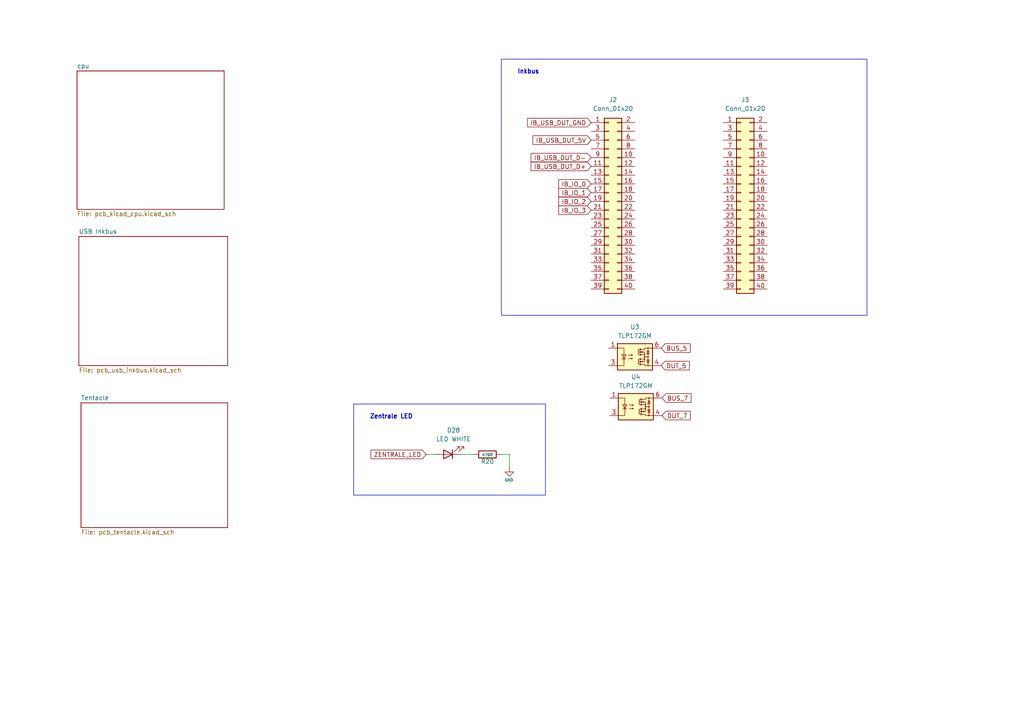
<source format=kicad_sch>
(kicad_sch (version 20230121) (generator eeschema)
  (paper "A4")
  (title_block (title "Heizung Pünterswis - pcb_kicad") (date "2024-01-20") (rev "1.0") (company "www.positron.ch") (comment 1 "Released under MIT Open-source License"))
  (lib_symbols
    (symbol "00_project_library:LED WHITE" (pin_numbers hide) (pin_names (offset 1.016) hide)
      (property "Reference" "D" (at 0 2.54 0))
      (property "Value" "LED WHITE" (at 0 -2.54 0))
      (symbol "LED WHITE_0_1"
        (polyline (pts (xy -1.27 -1.27) (xy -1.27 1.27)) (stroke (width 0.254)))
        (polyline (pts (xy -1.27 0) (xy 1.27 0)))
        (polyline (pts (xy 1.27 -1.27) (xy 1.27 1.27) (xy -1.27 0) (xy 1.27 -1.27)) (stroke (width 0.254)))
        (polyline (pts (xy -3.048 -0.762) (xy -4.572 -2.286) (xy -3.81 -2.286) (xy -4.572 -2.286) (xy -4.572 -1.524)))
        (polyline (pts (xy -1.778 -0.762) (xy -3.302 -2.286) (xy -2.54 -2.286) (xy -3.302 -2.286) (xy -3.302 -1.524)))
      )
      (symbol "LED WHITE_1_1"
        (pin passive line (at -3.81 0 0) (length 2.54) (name "K") (number "1"))
        (pin passive line (at 3.81 0 180) (length 2.54) (name "A") (number "2"))
      )
    )
    (symbol "00_project_library:TLP172GM"
      (property "Reference" "U" (at -5.08 4.953 0))
      (property "Value" "TLP172GM" (at -5.08 -5.08 0))
      (symbol "TLP172GM_0_1"
        (rectangle (start -5.08 3.81) (end 5.08 -3.81) (stroke (width 0.254)) (fill (type background)))
        (polyline (pts (xy -3.81 -0.635) (xy -2.54 -0.635)))
        (polyline (pts (xy 1.016 -0.635) (xy 1.016 -2.159)) (stroke (width 0.2032)))
        (polyline (pts (xy 1.016 2.159) (xy 1.016 0.635)) (stroke (width 0.2032)))
        (polyline (pts (xy 1.524 -0.508) (xy 1.524 -0.762)) (stroke (width 0.3556)))
        (polyline (pts (xy 2.794 0) (xy 3.81 0)))
        (polyline (pts (xy 3.429 -1.651) (xy 4.191 -1.651)))
        (polyline (pts (xy 3.429 1.651) (xy 4.191 1.651)))
        (polyline (pts (xy 3.81 -2.54) (xy 3.81 2.54)))
        (polyline (pts (xy 1.524 -2.032) (xy 1.524 -2.286) (xy 1.524 -2.286)) (stroke (width 0.3556)))
        (polyline (pts (xy 1.524 -1.27) (xy 1.524 -1.524) (xy 1.524 -1.524)) (stroke (width 0.3556)))
        (polyline (pts (xy 1.524 0.762) (xy 1.524 0.508) (xy 1.524 0.508)) (stroke (width 0.3556)))
        (polyline (pts (xy 1.524 1.524) (xy 1.524 1.27) (xy 1.524 1.27)) (stroke (width 0.3556)))
        (polyline (pts (xy 1.524 2.286) (xy 1.524 2.032) (xy 1.524 2.032)) (stroke (width 0.3556)))
        (polyline (pts (xy 1.651 -1.397) (xy 2.794 -1.397) (xy 2.794 -0.635)))
        (polyline (pts (xy 1.651 1.397) (xy 2.794 1.397) (xy 2.794 0.635)))
        (polyline (pts (xy -5.08 2.54) (xy -3.175 2.54) (xy -3.175 -2.54) (xy -5.08 -2.54)))
        (polyline (pts (xy -3.175 -0.635) (xy -3.81 0.635) (xy -2.54 0.635) (xy -3.175 -0.635)))
        (polyline (pts (xy 1.651 -2.159) (xy 2.794 -2.159) (xy 2.794 -2.54) (xy 5.08 -2.54)))
        (polyline (pts (xy 1.651 -0.635) (xy 2.794 -0.635) (xy 2.794 0.635) (xy 1.651 0.635)))
        (polyline (pts (xy 1.651 2.159) (xy 2.794 2.159) (xy 2.794 2.54) (xy 5.08 2.54)))
        (polyline (pts (xy 1.778 -1.397) (xy 2.286 -1.27) (xy 2.286 -1.524) (xy 1.778 -1.397)))
        (polyline (pts (xy 1.778 1.397) (xy 2.286 1.524) (xy 2.286 1.27) (xy 1.778 1.397)))
        (polyline (pts (xy 3.81 -1.651) (xy 3.429 -0.889) (xy 4.191 -0.889) (xy 3.81 -1.651)))
        (polyline (pts (xy 3.81 1.651) (xy 3.429 0.889) (xy 4.191 0.889) (xy 3.81 1.651)))
        (polyline (pts (xy -1.905 -0.508) (xy -0.635 -0.508) (xy -1.016 -0.635) (xy -1.016 -0.381) (xy -0.635 -0.508)))
        (polyline (pts (xy -1.905 0.508) (xy -0.635 0.508) (xy -1.016 0.381) (xy -1.016 0.635) (xy -0.635 0.508)))
        (circle (center 2.794 -0.635) (radius 0.127))
        (circle (center 2.794 0) (radius 0.127))
        (circle (center 2.794 0.635) (radius 0.127))
        (circle (center 3.81 -2.54) (radius 0.127))
        (circle (center 3.81 0) (radius 0.127))
        (circle (center 3.81 2.54) (radius 0.127))
      )
      (symbol "TLP172GM_1_1"
        (pin passive line (at -7.62 2.54 0) (length 2.54) (name "~") (number "1"))
        (pin passive line (at -7.62 -2.54 0) (length 2.54) (name "~") (number "3"))
        (pin passive line (at 7.62 -2.54 180) (length 2.54) (name "~") (number "4"))
        (pin passive line (at 7.62 2.54 180) (length 2.54) (name "~") (number "6"))
      )
    )
    (symbol "00_project_library:din_rail_pcb_holder" (in_bom no)
      (property "Reference" "HOLDER" (at 0 0 0))
    )
    (symbol "Connector_Generic:Conn_02x20_Odd_Even" (pin_names (offset 1.016) hide)
      (property "Reference" "J" (at 1.27 25.4 0))
      (property "Value" "Conn_02x20_Odd_Even" (at 1.27 -27.94 0))
      (symbol "Conn_02x20_Odd_Even_1_1"
        (rectangle (start -1.27 -25.273) (end 0 -25.527) (stroke (width 0.1524)))
        (rectangle (start -1.27 -22.733) (end 0 -22.987) (stroke (width 0.1524)))
        (rectangle (start -1.27 -20.193) (end 0 -20.447) (stroke (width 0.1524)))
        (rectangle (start -1.27 -17.653) (end 0 -17.907) (stroke (width 0.1524)))
        (rectangle (start -1.27 -15.113) (end 0 -15.367) (stroke (width 0.1524)))
        (rectangle (start -1.27 -12.573) (end 0 -12.827) (stroke (width 0.1524)))
        (rectangle (start -1.27 -10.033) (end 0 -10.287) (stroke (width 0.1524)))
        (rectangle (start -1.27 -7.493) (end 0 -7.747) (stroke (width 0.1524)))
        (rectangle (start -1.27 -4.953) (end 0 -5.207) (stroke (width 0.1524)))
        (rectangle (start -1.27 -2.413) (end 0 -2.667) (stroke (width 0.1524)))
        (rectangle (start -1.27 0.127) (end 0 -0.127) (stroke (width 0.1524)))
        (rectangle (start -1.27 2.667) (end 0 2.413) (stroke (width 0.1524)))
        (rectangle (start -1.27 5.207) (end 0 4.953) (stroke (width 0.1524)))
        (rectangle (start -1.27 7.747) (end 0 7.493) (stroke (width 0.1524)))
        (rectangle (start -1.27 10.287) (end 0 10.033) (stroke (width 0.1524)))
        (rectangle (start -1.27 12.827) (end 0 12.573) (stroke (width 0.1524)))
        (rectangle (start -1.27 15.367) (end 0 15.113) (stroke (width 0.1524)))
        (rectangle (start -1.27 17.907) (end 0 17.653) (stroke (width 0.1524)))
        (rectangle (start -1.27 20.447) (end 0 20.193) (stroke (width 0.1524)))
        (rectangle (start -1.27 22.987) (end 0 22.733) (stroke (width 0.1524)))
        (rectangle (start -1.27 24.13) (end 3.81 -26.67) (stroke (width 0.254)) (fill (type background)))
        (rectangle (start 3.81 -25.273) (end 2.54 -25.527) (stroke (width 0.1524)))
        (rectangle (start 3.81 -22.733) (end 2.54 -22.987) (stroke (width 0.1524)))
        (rectangle (start 3.81 -20.193) (end 2.54 -20.447) (stroke (width 0.1524)))
        (rectangle (start 3.81 -17.653) (end 2.54 -17.907) (stroke (width 0.1524)))
        (rectangle (start 3.81 -15.113) (end 2.54 -15.367) (stroke (width 0.1524)))
        (rectangle (start 3.81 -12.573) (end 2.54 -12.827) (stroke (width 0.1524)))
        (rectangle (start 3.81 -10.033) (end 2.54 -10.287) (stroke (width 0.1524)))
        (rectangle (start 3.81 -7.493) (end 2.54 -7.747) (stroke (width 0.1524)))
        (rectangle (start 3.81 -4.953) (end 2.54 -5.207) (stroke (width 0.1524)))
        (rectangle (start 3.81 -2.413) (end 2.54 -2.667) (stroke (width 0.1524)))
        (rectangle (start 3.81 0.127) (end 2.54 -0.127) (stroke (width 0.1524)))
        (rectangle (start 3.81 2.667) (end 2.54 2.413) (stroke (width 0.1524)))
        (rectangle (start 3.81 5.207) (end 2.54 4.953) (stroke (width 0.1524)))
        (rectangle (start 3.81 7.747) (end 2.54 7.493) (stroke (width 0.1524)))
        (rectangle (start 3.81 10.287) (end 2.54 10.033) (stroke (width 0.1524)))
        (rectangle (start 3.81 12.827) (end 2.54 12.573) (stroke (width 0.1524)))
        (rectangle (start 3.81 15.367) (end 2.54 15.113) (stroke (width 0.1524)))
        (rectangle (start 3.81 17.907) (end 2.54 17.653) (stroke (width 0.1524)))
        (rectangle (start 3.81 20.447) (end 2.54 20.193) (stroke (width 0.1524)))
        (rectangle (start 3.81 22.987) (end 2.54 22.733) (stroke (width 0.1524)))
        (pin passive line (at -5.08 22.86 0) (length 3.81) (name "Pin_1") (number "1"))
        (pin passive line (at 7.62 12.7 180) (length 3.81) (name "Pin_10") (number "10"))
        (pin passive line (at -5.08 10.16 0) (length 3.81) (name "Pin_11") (number "11"))
        (pin passive line (at 7.62 10.16 180) (length 3.81) (name "Pin_12") (number "12"))
        (pin passive line (at -5.08 7.62 0) (length 3.81) (name "Pin_13") (number "13"))
        (pin passive line (at 7.62 7.62 180) (length 3.81) (name "Pin_14") (number "14"))
        (pin passive line (at -5.08 5.08 0) (length 3.81) (name "Pin_15") (number "15"))
        (pin passive line (at 7.62 5.08 180) (length 3.81) (name "Pin_16") (number "16"))
        (pin passive line (at -5.08 2.54 0) (length 3.81) (name "Pin_17") (number "17"))
        (pin passive line (at 7.62 2.54 180) (length 3.81) (name "Pin_18") (number "18"))
        (pin passive line (at -5.08 0 0) (length 3.81) (name "Pin_19") (number "19"))
        (pin passive line (at 7.62 22.86 180) (length 3.81) (name "Pin_2") (number "2"))
        (pin passive line (at 7.62 0 180) (length 3.81) (name "Pin_20") (number "20"))
        (pin passive line (at -5.08 -2.54 0) (length 3.81) (name "Pin_21") (number "21"))
        (pin passive line (at 7.62 -2.54 180) (length 3.81) (name "Pin_22") (number "22"))
        (pin passive line (at -5.08 -5.08 0) (length 3.81) (name "Pin_23") (number "23"))
        (pin passive line (at 7.62 -5.08 180) (length 3.81) (name "Pin_24") (number "24"))
        (pin passive line (at -5.08 -7.62 0) (length 3.81) (name "Pin_25") (number "25"))
        (pin passive line (at 7.62 -7.62 180) (length 3.81) (name "Pin_26") (number "26"))
        (pin passive line (at -5.08 -10.16 0) (length 3.81) (name "Pin_27") (number "27"))
        (pin passive line (at 7.62 -10.16 180) (length 3.81) (name "Pin_28") (number "28"))
        (pin passive line (at -5.08 -12.7 0) (length 3.81) (name "Pin_29") (number "29"))
        (pin passive line (at -5.08 20.32 0) (length 3.81) (name "Pin_3") (number "3"))
        (pin passive line (at 7.62 -12.7 180) (length 3.81) (name "Pin_30") (number "30"))
        (pin passive line (at -5.08 -15.24 0) (length 3.81) (name "Pin_31") (number "31"))
        (pin passive line (at 7.62 -15.24 180) (length 3.81) (name "Pin_32") (number "32"))
        (pin passive line (at -5.08 -17.78 0) (length 3.81) (name "Pin_33") (number "33"))
        (pin passive line (at 7.62 -17.78 180) (length 3.81) (name "Pin_34") (number "34"))
        (pin passive line (at -5.08 -20.32 0) (length 3.81) (name "Pin_35") (number "35"))
        (pin passive line (at 7.62 -20.32 180) (length 3.81) (name "Pin_36") (number "36"))
        (pin passive line (at -5.08 -22.86 0) (length 3.81) (name "Pin_37") (number "37"))
        (pin passive line (at 7.62 -22.86 180) (length 3.81) (name "Pin_38") (number "38"))
        (pin passive line (at -5.08 -25.4 0) (length 3.81) (name "Pin_39") (number "39"))
        (pin passive line (at 7.62 20.32 180) (length 3.81) (name "Pin_4") (number "4"))
        (pin passive line (at 7.62 -25.4 180) (length 3.81) (name "Pin_40") (number "40"))
        (pin passive line (at -5.08 17.78 0) (length 3.81) (name "Pin_5") (number "5"))
        (pin passive line (at 7.62 17.78 180) (length 3.81) (name "Pin_6") (number "6"))
        (pin passive line (at -5.08 15.24 0) (length 3.81) (name "Pin_7") (number "7"))
        (pin passive line (at 7.62 15.24 180) (length 3.81) (name "Pin_8") (number "8"))
        (pin passive line (at -5.08 12.7 0) (length 3.81) (name "Pin_9") (number "9"))
      )
    )
    (symbol "Device:R" (pin_numbers hide) (pin_names (offset 0))
      (property "Reference" "R" (at 2.032 0 90))
      (property "Value" "R" (at 0 0 90))
      (symbol "R_0_1"
        (rectangle (start -1.016 -2.54) (end 1.016 2.54) (stroke (width 0.254)))
      )
      (symbol "R_1_1"
        (pin passive line (at 0 3.81 270) (length 1.27) (name "~") (number "1"))
        (pin passive line (at 0 -3.81 90) (length 1.27) (name "~") (number "2"))
      )
    )
    (symbol "power:GND" (power) (pin_names (offset 0))
      (property "Value" "GND" (at 0 -3.81 0))
      (symbol "GND_0_1"
        (polyline (pts (xy 0 0) (xy 0 -1.27) (xy 1.27 -1.27) (xy 0 -2.54) (xy -1.27 -1.27) (xy 0 -1.27)))
      )
      (symbol "GND_1_1"
        (pin power_in line (at 0 0 270) (length 0) hide (name "GND") (number "1"))
      )
    )
  )
  (wire (pts (xy 137.5792 131.7979) (xy 133.7631 131.7979)))
  (wire (pts (xy 147.7392 131.7979) (xy 147.7392 135.6079)))
  (wire (pts (xy 133.7631 131.7979) (xy 133.7631 131.7913)))
  (wire (pts (xy 123.6092 131.7913) (xy 123.6092 131.7979)))
  (wire (pts (xy 145.1992 131.7979) (xy 147.7392 131.7979)))
  (wire (pts (xy 126.1431 131.7913) (xy 123.6092 131.7913)))
  (rectangle (start 145.415 17.145) (end 251.46 91.44))
  (rectangle (start 102.5785 117.183) (end 158.2045 143.599))
  (text "Zentrale LED" (at 107.188 121.666 0) (effects (font (size 1.27 1.27) (thickness 0.254) bold) (justify left bottom)))
  (text "Inkbus" (at 150.0245 21.628 0) (effects (font (size 1.27 1.27) (thickness 0.254) bold) (justify left bottom)))
  (global_label "IB_USB_DUT_5V" (shape input) (at 171.45 40.64 180) (property "Intersheetrefs" "${INTERSHEET_REFS}" (effects hide)))
  (global_label "DUT_5" (shape input) (at 191.77 106.045 0) (property "Intersheetrefs" "${INTERSHEET_REFS}" (effects hide)))
  (global_label "BUS_5" (shape input) (at 191.77 100.965 0) (property "Intersheetrefs" "${INTERSHEET_REFS}" (effects hide)))
  (global_label "IB_USB_DUT_D+" (shape input) (at 171.45 48.26 180) (property "Intersheetrefs" "${INTERSHEET_REFS}" (effects hide)))
  (global_label "ZENTRALE_LED" (shape input) (at 123.6092 131.7979 180) (property "Intersheetrefs" "${INTERSHEET_REFS}" (effects hide)))
  (global_label "IB_IO_3" (shape input) (at 171.45 60.96 180) (property "Intersheetrefs" "${INTERSHEET_REFS}" (effects hide)))
  (global_label "DUT_7" (shape input) (at 192.024 120.523 0) (property "Intersheetrefs" "${INTERSHEET_REFS}" (effects hide)))
  (global_label "BUS_7" (shape input) (at 192.024 115.443 0) (property "Intersheetrefs" "${INTERSHEET_REFS}" (effects hide)))
  (global_label "IB_IO_0" (shape input) (at 171.45 53.34 180) (property "Intersheetrefs" "${INTERSHEET_REFS}" (effects hide)))
  (global_label "IB_IO_2" (shape input) (at 171.45 58.42 180) (property "Intersheetrefs" "${INTERSHEET_REFS}" (effects hide)))
  (global_label "IB_USB_DUT_D-" (shape input) (at 171.45 45.72 180) (property "Intersheetrefs" "${INTERSHEET_REFS}" (effects hide)))
  (global_label "IB_IO_1" (shape input) (at 171.45 55.88 180) (property "Intersheetrefs" "${INTERSHEET_REFS}" (effects hide)))
  (global_label "IB_USB_DUT_GND" (shape input) (at 171.45 35.56 180) (property "Intersheetrefs" "${INTERSHEET_REFS}" (effects hide)))
  (symbol (lib_id "power:GND") (at 147.7392 135.6079 0) (unit 1)
    (property "Reference" "#PWR046" (effects hide))
    (property "Value" "GND" (at 147.6122 139.2401 0) (effects (font (size 0.8 0.8))))
  )
  (symbol (lib_id "Connector_Generic:Conn_02x20_Odd_Even") (at 214.884 58.42 0) (unit 1) (in_bom no)
    (property "Reference" "J3" (at 216.154 28.956 0))
    (property "Value" "Conn_01x20" (at 216.154 31.496 0))
    (property "Footprint" "00_project_library:PinSocket_2x20_P2.54mm_Vertical-mirrored-bare" (effects hide))
  )
  (symbol (lib_id "00_project_library:TLP172GM") (at 184.15 103.505 0) (unit 1)
    (property "Reference" "U3" (at 184.15 94.869 0))
    (property "Value" "TLP172GM" (at 184.15 97.409 0))
    (property "Footprint" "Package_SO:MFSOP6-4_4.4x3.6mm_P1.27mm" (effects hide))
    (property "Datasheet" "https://toshiba.semicon-storage.com/info/TLP172GM_datasheet_en_20230525.pdf?did=36716&prodName=TLP172GM" (effects hide))
  )
  (symbol (lib_id "Device:R") (at 141.3892 131.7979 270) (unit 1)
    (property "Reference" "R20" (at 141.3892 133.8299 90))
    (property "Value" "470R" (at 141.3892 131.8995 90) (effects (font (size 0.8 0.8))))
    (property "Footprint" "Resistor_SMD:R_0402_1005Metric_Pad0.72x0.64mm_HandSolder" (effects hide))
  )
  (symbol (lib_id "00_project_library:LED WHITE") (at 129.9531 131.7913 180) (unit 1)
    (property "Reference" "D28" (at 131.5406 124.8063 0))
    (property "Value" "LED WHITE" (at 131.5406 127.3463 0))
    (property "Footprint" "00_project_library:LED_0603_1608Metric" (effects hide))
    (property "JLC" "C2290" (effects hide))
  )
  (symbol (lib_id "Connector_Generic:Conn_02x20_Odd_Even") (at 176.53 58.42 0) (unit 1) (in_bom no)
    (property "Reference" "J2" (at 177.8 28.956 0))
    (property "Value" "Conn_01x20" (at 177.8 31.496 0))
    (property "Footprint" "00_project_library:PinSocket_2x20_P2.54mm_Vertical-mirrored" (effects hide))
  )
  (symbol (lib_id "00_project_library:TLP172GM") (at 184.404 117.983 0) (unit 1)
    (property "Reference" "U4" (at 184.404 109.347 0))
    (property "Value" "TLP172GM" (at 184.404 111.887 0))
    (property "Footprint" "Package_SO:MFSOP6-4_4.4x3.6mm_P1.27mm" (effects hide))
    (property "Datasheet" "https://toshiba.semicon-storage.com/info/TLP172GM_datasheet_en_20230525.pdf?did=36716&prodName=TLP172GM" (effects hide))
  )
  (sheet (at 22.352 20.574) (size 42.672 40.132) (stroke (width 0.1524))
    (property "Sheetname" "cpu" (at 22.352 19.8624 0) (effects (justify left bottom)))
    (property "Sheetfile" "pcb_kicad_cpu.kicad_sch" (at 22.352 61.2906 0) (effects (justify left top)))
  )
  (sheet (at 23.495 116.84) (size 42.545 36.195) (stroke (width 0.1524))
    (property "Sheetname" "Tentacle" (at 23.495 116.1284 0) (effects (justify left bottom)))
    (property "Sheetfile" "pcb_tentacle.kicad_sch" (at 23.495 153.6196 0) (effects (justify left top)))
  )
  (sheet (at 22.86 68.58) (size 43.18 37.465) (stroke (width 0.1524))
    (property "Sheetname" "USB Inkbus" (at 22.86 67.8684 0) (effects (justify left bottom)))
    (property "Sheetfile" "pcb_usb_inkbus.kicad_sch" (at 22.86 106.6296 0) (effects (justify left top)))
  )
)
</source>
